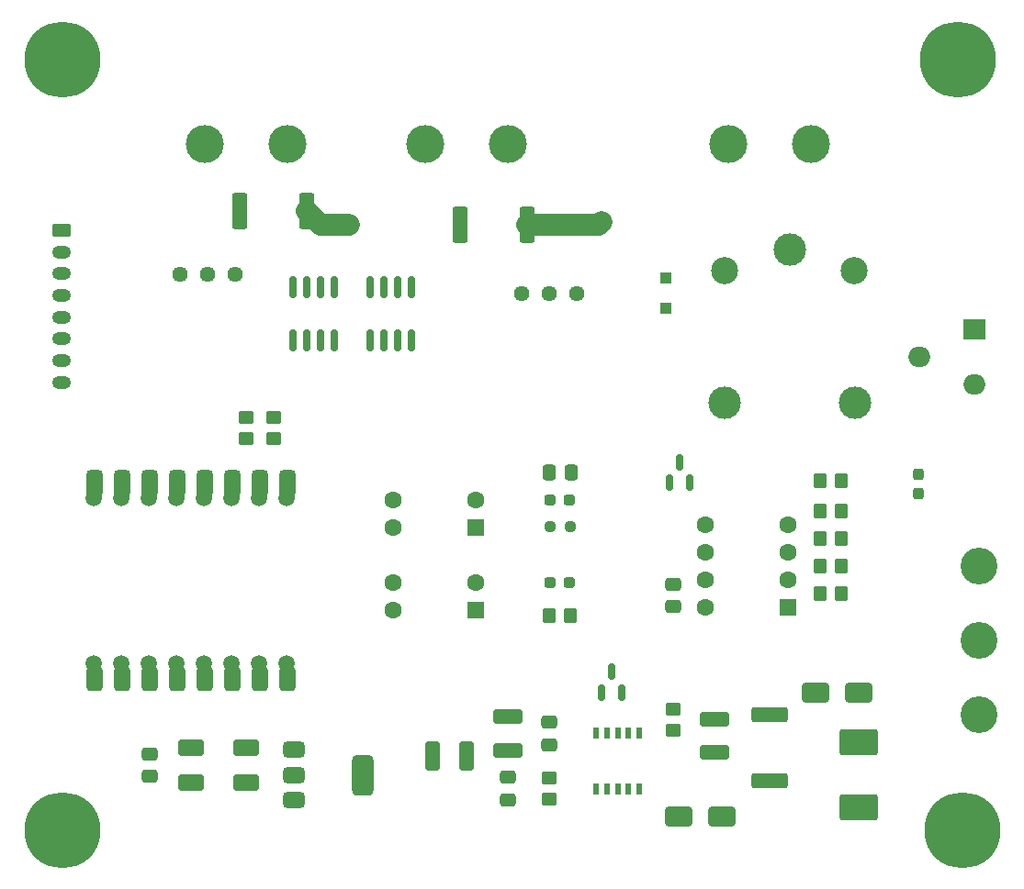
<source format=gbr>
%TF.GenerationSoftware,KiCad,Pcbnew,9.0.6*%
%TF.CreationDate,2026-01-18T01:02:47+03:00*%
%TF.ProjectId,Backup power switch 12v Module,4261636b-7570-4207-906f-776572207377,rev?*%
%TF.SameCoordinates,Original*%
%TF.FileFunction,Soldermask,Top*%
%TF.FilePolarity,Negative*%
%FSLAX46Y46*%
G04 Gerber Fmt 4.6, Leading zero omitted, Abs format (unit mm)*
G04 Created by KiCad (PCBNEW 9.0.6) date 2026-01-18 01:02:47*
%MOMM*%
%LPD*%
G01*
G04 APERTURE LIST*
G04 Aperture macros list*
%AMRoundRect*
0 Rectangle with rounded corners*
0 $1 Rounding radius*
0 $2 $3 $4 $5 $6 $7 $8 $9 X,Y pos of 4 corners*
0 Add a 4 corners polygon primitive as box body*
4,1,4,$2,$3,$4,$5,$6,$7,$8,$9,$2,$3,0*
0 Add four circle primitives for the rounded corners*
1,1,$1+$1,$2,$3*
1,1,$1+$1,$4,$5*
1,1,$1+$1,$6,$7*
1,1,$1+$1,$8,$9*
0 Add four rect primitives between the rounded corners*
20,1,$1+$1,$2,$3,$4,$5,0*
20,1,$1+$1,$4,$5,$6,$7,0*
20,1,$1+$1,$6,$7,$8,$9,0*
20,1,$1+$1,$8,$9,$2,$3,0*%
G04 Aperture macros list end*
%ADD10RoundRect,0.237500X0.250000X0.237500X-0.250000X0.237500X-0.250000X-0.237500X0.250000X-0.237500X0*%
%ADD11RoundRect,0.249999X-0.450001X-1.425001X0.450001X-1.425001X0.450001X1.425001X-0.450001X1.425001X0*%
%ADD12RoundRect,0.250000X0.450000X-0.350000X0.450000X0.350000X-0.450000X0.350000X-0.450000X-0.350000X0*%
%ADD13RoundRect,0.250000X-0.625000X0.350000X-0.625000X-0.350000X0.625000X-0.350000X0.625000X0.350000X0*%
%ADD14O,1.750000X1.200000*%
%ADD15RoundRect,0.250000X1.000000X0.650000X-1.000000X0.650000X-1.000000X-0.650000X1.000000X-0.650000X0*%
%ADD16RoundRect,0.250000X0.350000X0.450000X-0.350000X0.450000X-0.350000X-0.450000X0.350000X-0.450000X0*%
%ADD17RoundRect,0.250000X0.550000X0.550000X-0.550000X0.550000X-0.550000X-0.550000X0.550000X-0.550000X0*%
%ADD18C,1.600000*%
%ADD19C,3.000000*%
%ADD20C,2.500000*%
%ADD21C,1.440000*%
%ADD22RoundRect,0.250000X-0.475000X0.337500X-0.475000X-0.337500X0.475000X-0.337500X0.475000X0.337500X0*%
%ADD23RoundRect,0.250000X-0.350000X-0.450000X0.350000X-0.450000X0.350000X0.450000X-0.350000X0.450000X0*%
%ADD24RoundRect,0.150000X0.150000X-0.587500X0.150000X0.587500X-0.150000X0.587500X-0.150000X-0.587500X0*%
%ADD25RoundRect,0.250001X0.944999X-0.507499X0.944999X0.507499X-0.944999X0.507499X-0.944999X-0.507499X0*%
%ADD26RoundRect,0.237500X-0.287500X-0.237500X0.287500X-0.237500X0.287500X0.237500X-0.287500X0.237500X0*%
%ADD27C,3.500000*%
%ADD28C,3.900000*%
%ADD29C,7.000000*%
%ADD30C,3.400000*%
%ADD31RoundRect,0.250000X-0.412500X-1.100000X0.412500X-1.100000X0.412500X1.100000X-0.412500X1.100000X0*%
%ADD32RoundRect,0.250000X-1.100000X0.412500X-1.100000X-0.412500X1.100000X-0.412500X1.100000X0.412500X0*%
%ADD33RoundRect,0.150000X0.150000X-0.825000X0.150000X0.825000X-0.150000X0.825000X-0.150000X-0.825000X0*%
%ADD34RoundRect,0.250001X1.499999X-0.949999X1.499999X0.949999X-1.499999X0.949999X-1.499999X-0.949999X0*%
%ADD35RoundRect,0.250000X0.475000X-0.337500X0.475000X0.337500X-0.475000X0.337500X-0.475000X-0.337500X0*%
%ADD36RoundRect,0.237500X-0.237500X0.287500X-0.237500X-0.287500X0.237500X-0.287500X0.237500X0.287500X0*%
%ADD37RoundRect,0.250000X0.337500X0.475000X-0.337500X0.475000X-0.337500X-0.475000X0.337500X-0.475000X0*%
%ADD38RoundRect,0.250000X-0.300000X0.300000X-0.300000X-0.300000X0.300000X-0.300000X0.300000X0.300000X0*%
%ADD39RoundRect,0.249999X1.425001X-0.450001X1.425001X0.450001X-1.425001X0.450001X-1.425001X-0.450001X0*%
%ADD40RoundRect,0.375000X-0.625000X-0.375000X0.625000X-0.375000X0.625000X0.375000X-0.625000X0.375000X0*%
%ADD41RoundRect,0.500000X-0.500000X-1.400000X0.500000X-1.400000X0.500000X1.400000X-0.500000X1.400000X0*%
%ADD42R,0.510000X1.100000*%
%ADD43C,1.500000*%
%ADD44RoundRect,0.381000X-0.381000X0.762000X-0.381000X-0.762000X0.381000X-0.762000X0.381000X0.762000X0*%
%ADD45RoundRect,0.381000X-0.381000X0.869000X-0.381000X-0.869000X0.381000X-0.869000X0.381000X0.869000X0*%
%ADD46R,2.000000X1.905000*%
%ADD47O,2.000000X1.905000*%
%ADD48C,2.000000*%
G04 APERTURE END LIST*
D10*
X141679300Y-105359200D03*
X139854300Y-105359200D03*
D11*
X111250000Y-76200000D03*
X117350000Y-76200000D03*
D12*
X151130000Y-124190000D03*
X151130000Y-122190000D03*
D13*
X94792800Y-78028800D03*
D14*
X94792800Y-80028800D03*
X94792800Y-82028800D03*
X94792800Y-84028800D03*
X94792800Y-86028800D03*
X94792800Y-88028800D03*
X94792800Y-90028800D03*
X94792800Y-92028800D03*
D15*
X155670001Y-132080000D03*
X151669999Y-132080000D03*
D16*
X166693600Y-103886000D03*
X164693600Y-103886000D03*
D17*
X132943600Y-105410000D03*
D18*
X132943600Y-102870000D03*
X125323600Y-102870000D03*
X125323600Y-105410000D03*
D19*
X161925000Y-79765000D03*
D20*
X155875000Y-81715000D03*
D19*
X155875000Y-93915000D03*
X167925000Y-93965000D03*
D20*
X167875000Y-81715000D03*
D21*
X105664000Y-82042000D03*
X108204000Y-82042000D03*
X110744000Y-82042000D03*
D22*
X139700000Y-123422500D03*
X139700000Y-125497500D03*
D23*
X164693600Y-108966000D03*
X166693600Y-108966000D03*
D24*
X144540000Y-120650000D03*
X146440000Y-120650000D03*
X145490000Y-118774999D03*
D25*
X106680000Y-128985000D03*
X106680000Y-125730000D03*
D26*
X139862500Y-110490000D03*
X141612500Y-110490000D03*
D15*
X168268401Y-120650000D03*
X164268399Y-120650000D03*
D27*
X107950000Y-70040000D03*
X115570000Y-70040000D03*
D12*
X111760000Y-97250000D03*
X111760000Y-95250000D03*
D27*
X156210000Y-70040000D03*
X163830000Y-70040000D03*
D25*
X111759999Y-128985000D03*
X111759999Y-125730000D03*
D28*
X177410000Y-62230000D03*
D29*
X177410000Y-62230000D03*
D17*
X161742200Y-112776000D03*
D18*
X161742200Y-110236000D03*
X161742200Y-107696000D03*
X161742200Y-105156000D03*
X154122200Y-105156000D03*
X154122200Y-107696000D03*
X154122200Y-110236000D03*
X154122200Y-112776000D03*
D12*
X139700000Y-130540000D03*
X139700000Y-128540000D03*
D17*
X132943600Y-113030000D03*
D18*
X132943600Y-110490000D03*
X125323600Y-110490000D03*
X125323600Y-113030000D03*
D28*
X177800000Y-133350000D03*
D29*
X177800000Y-133350000D03*
D23*
X164693600Y-106426000D03*
X166693600Y-106426000D03*
D24*
X150815000Y-101267500D03*
X152715000Y-101267500D03*
X151765000Y-99392499D03*
D23*
X164693600Y-111506000D03*
X166693600Y-111506000D03*
D30*
X179374800Y-108966000D03*
D31*
X128993500Y-126492000D03*
X132118500Y-126492000D03*
D11*
X131570000Y-77470000D03*
X137670000Y-77470000D03*
D16*
X166677600Y-101092000D03*
X164677600Y-101092000D03*
D32*
X154990800Y-123100700D03*
X154990800Y-126225700D03*
D27*
X128270000Y-70040000D03*
X135890000Y-70040000D03*
D33*
X116078000Y-88200000D03*
X117348000Y-88200000D03*
X118618000Y-88200000D03*
X119888000Y-88200000D03*
X119888000Y-83250000D03*
X118618000Y-83250000D03*
X117348000Y-83250000D03*
X116078000Y-83250000D03*
D34*
X168275000Y-131270000D03*
X168275000Y-125270000D03*
D35*
X102870000Y-128395000D03*
X102870000Y-126320000D03*
D28*
X94860000Y-62230000D03*
D29*
X94860000Y-62230000D03*
D35*
X135890000Y-130577500D03*
X135890000Y-128502500D03*
D21*
X137160000Y-83820000D03*
X139700000Y-83820000D03*
X142240000Y-83820000D03*
D28*
X94860000Y-133350000D03*
D29*
X94860000Y-133350000D03*
D12*
X114300000Y-97250000D03*
X114300000Y-95250000D03*
D16*
X141716000Y-113538000D03*
X139716000Y-113538000D03*
D36*
X173736000Y-100521801D03*
X173736000Y-102271799D03*
D37*
X141775000Y-100330000D03*
X139700000Y-100330000D03*
D35*
X151130000Y-112746700D03*
X151130000Y-110671700D03*
D26*
X139862500Y-102870000D03*
X141612500Y-102870000D03*
D32*
X135890000Y-122897500D03*
X135890000Y-126022500D03*
D38*
X150495000Y-82420001D03*
X150495000Y-85219999D03*
D39*
X160020000Y-128780000D03*
X160020000Y-122680000D03*
D30*
X179374800Y-122682000D03*
D40*
X116230000Y-125970000D03*
X116230000Y-128270000D03*
X116230000Y-130570000D03*
D41*
X122530000Y-128270000D03*
D42*
X144050000Y-129550000D03*
X145050000Y-129550000D03*
X146050000Y-129550000D03*
X147050000Y-129550000D03*
X148050000Y-129550000D03*
X148050000Y-124450000D03*
X147050000Y-124450000D03*
X146050000Y-124450000D03*
X145050000Y-124450000D03*
X144050000Y-124450000D03*
D43*
X97780000Y-118000000D03*
D44*
X97790000Y-119380000D03*
D43*
X100320000Y-118000000D03*
D44*
X100330000Y-119380000D03*
D43*
X102860000Y-118000000D03*
D44*
X102870000Y-119380000D03*
D43*
X105400000Y-118000000D03*
D44*
X105409999Y-119380000D03*
D43*
X107940000Y-118000000D03*
D44*
X107950000Y-119380000D03*
D45*
X115570000Y-101380000D03*
D43*
X115560000Y-102760000D03*
D45*
X113030000Y-101380000D03*
D43*
X113020000Y-102746000D03*
D45*
X110490000Y-101380000D03*
D43*
X110480000Y-102746000D03*
D45*
X107950000Y-101380000D03*
D43*
X107940000Y-102746000D03*
D45*
X105409999Y-101380000D03*
D43*
X105400000Y-102746000D03*
D45*
X102870000Y-101380000D03*
D43*
X102860000Y-102746000D03*
D45*
X100330000Y-101380000D03*
D43*
X100320000Y-102746000D03*
D45*
X97790000Y-101380000D03*
D43*
X97780000Y-102746000D03*
X110480000Y-118000000D03*
D44*
X110490000Y-119380000D03*
D43*
X115560000Y-118000000D03*
D44*
X115570000Y-119380000D03*
D43*
X113020000Y-118000000D03*
D44*
X113030000Y-119380000D03*
D30*
X179374800Y-115824000D03*
D46*
X178917600Y-87122000D03*
D47*
X173891600Y-89662000D03*
X178917600Y-92202000D03*
D33*
X123190000Y-88200000D03*
X124460000Y-88200000D03*
X125730000Y-88200000D03*
X127000000Y-88200000D03*
X127000000Y-83250000D03*
X125730000Y-83250000D03*
X124460000Y-83250000D03*
X123190000Y-83250000D03*
D48*
X117350000Y-76200000D02*
X118620000Y-77470000D01*
X118620000Y-77470000D02*
X121285000Y-77470000D01*
X144272000Y-77470000D02*
X144526000Y-77216000D01*
X137670000Y-77470000D02*
X144272000Y-77470000D01*
M02*

</source>
